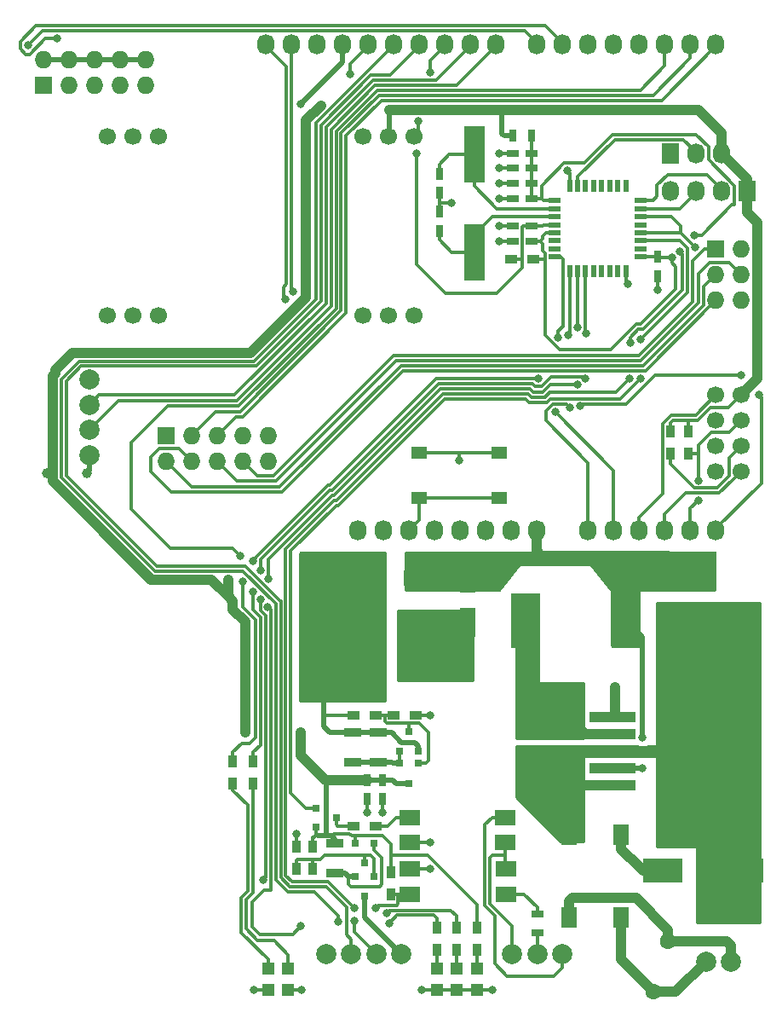
<source format=gbr>
G04 #@! TF.FileFunction,Copper,L1,Top,Signal*
%FSLAX46Y46*%
G04 Gerber Fmt 4.6, Leading zero omitted, Abs format (unit mm)*
G04 Created by KiCad (PCBNEW (2016-08-24 BZR 7090, Git 532a5fb)-product) date 10/24/16 18:53:44*
%MOMM*%
%LPD*%
G01*
G04 APERTURE LIST*
%ADD10C,0.100000*%
%ADD11R,1.727200X1.727200*%
%ADD12O,1.727200X1.727200*%
%ADD13C,1.000000*%
%ADD14O,1.727200X2.032000*%
%ADD15R,0.750000X1.200000*%
%ADD16R,2.000000X1.500000*%
%ADD17R,1.198880X1.198880*%
%ADD18R,1.200000X0.900000*%
%ADD19R,0.900000X1.200000*%
%ADD20R,1.500000X2.000000*%
%ADD21R,0.800100X0.800100*%
%ADD22R,2.100580X5.600700*%
%ADD23R,4.600000X1.100000*%
%ADD24R,9.400000X10.800000*%
%ADD25R,3.000000X1.600000*%
%ADD26R,6.200000X5.800000*%
%ADD27R,3.000000X5.400000*%
%ADD28C,1.700000*%
%ADD29C,1.600000*%
%ADD30R,1.727200X2.032000*%
%ADD31R,1.550000X1.300000*%
%ADD32C,2.000000*%
%ADD33R,3.299460X2.499360*%
%ADD34R,1.700000X0.900000*%
%ADD35R,4.000500X2.400300*%
%ADD36R,2.400300X4.000500*%
%ADD37R,3.599180X1.600200*%
%ADD38R,1.300000X0.700000*%
%ADD39R,1.600200X2.999740*%
%ADD40R,1.200000X0.750000*%
%ADD41R,1.200000X0.600000*%
%ADD42R,0.600000X1.200000*%
%ADD43R,0.700000X1.300000*%
%ADD44C,0.800000*%
%ADD45C,0.500000*%
%ADD46C,0.300000*%
%ADD47C,1.000000*%
%ADD48C,0.254000*%
G04 APERTURE END LIST*
D10*
D11*
X119818000Y-114390000D03*
D12*
X119818000Y-116930000D03*
X122358000Y-114390000D03*
X122358000Y-116930000D03*
X124898000Y-114390000D03*
X124898000Y-116930000D03*
X127438000Y-114390000D03*
X127438000Y-116930000D03*
X129978000Y-114390000D03*
X129978000Y-116930000D03*
D13*
X139748000Y-140115000D03*
X139748000Y-135615000D03*
X139748000Y-134115000D03*
X139748000Y-132615000D03*
X139748000Y-131115000D03*
X139748000Y-129615000D03*
X139748000Y-128115000D03*
X137748000Y-140115000D03*
X137748000Y-135615000D03*
X137748000Y-134115000D03*
X137748000Y-132615000D03*
X137748000Y-131115000D03*
X137748000Y-129615000D03*
X137748000Y-128115000D03*
X135748000Y-140115000D03*
X135748000Y-138615000D03*
X135748000Y-137115000D03*
X135748000Y-135615000D03*
X135748000Y-134115000D03*
X135748000Y-132615000D03*
X135748000Y-131115000D03*
X135748000Y-129615000D03*
X135748000Y-128115000D03*
X133748000Y-140115000D03*
X133748000Y-138615000D03*
X133748000Y-137115000D03*
X133748000Y-135615000D03*
X133748000Y-134115000D03*
X133748000Y-132615000D03*
X133748000Y-131115000D03*
X133748000Y-129615000D03*
X133748000Y-128115000D03*
X139748000Y-126615000D03*
X137748000Y-126615000D03*
X135748000Y-126615000D03*
X133748000Y-126615000D03*
X147748000Y-136865000D03*
X147748000Y-134865000D03*
X147748000Y-132865000D03*
X171498000Y-149615000D03*
X173498000Y-149615000D03*
X175498000Y-149615000D03*
X177498000Y-149615000D03*
X169498000Y-149615000D03*
X169498000Y-147615000D03*
X169498000Y-145615000D03*
X169498000Y-143615000D03*
X169498000Y-141615000D03*
X171498000Y-147615000D03*
X171498000Y-145615000D03*
X171498000Y-143615000D03*
X171498000Y-141615000D03*
X175498000Y-147615000D03*
X175498000Y-145615000D03*
X175498000Y-143615000D03*
X175498000Y-141615000D03*
X177498000Y-147615000D03*
X177498000Y-145615000D03*
X177498000Y-143615000D03*
X177498000Y-141615000D03*
X173498000Y-147615000D03*
X173498000Y-145615000D03*
X173498000Y-143615000D03*
X173498000Y-141615000D03*
D14*
X138938000Y-123825000D03*
X141478000Y-123825000D03*
X144018000Y-123825000D03*
X146558000Y-123825000D03*
X149098000Y-123825000D03*
X151638000Y-123825000D03*
X154178000Y-123825000D03*
X156718000Y-123825000D03*
X161798000Y-123825000D03*
X164338000Y-123825000D03*
X166878000Y-123825000D03*
X169418000Y-123825000D03*
X171958000Y-123825000D03*
X174498000Y-123825000D03*
X129794000Y-75565000D03*
X132334000Y-75565000D03*
X134874000Y-75565000D03*
X137414000Y-75565000D03*
X139954000Y-75565000D03*
X142494000Y-75565000D03*
X145034000Y-75565000D03*
X147574000Y-75565000D03*
X150114000Y-75565000D03*
X152654000Y-75565000D03*
X156718000Y-75565000D03*
X159258000Y-75565000D03*
X161798000Y-75565000D03*
X164338000Y-75565000D03*
X166878000Y-75565000D03*
X169418000Y-75565000D03*
X171958000Y-75565000D03*
X174498000Y-75565000D03*
D15*
X139798000Y-148615000D03*
X139798000Y-150515000D03*
D16*
X153548000Y-152315000D03*
X144048000Y-152315000D03*
X153548000Y-154815000D03*
X144048000Y-154815000D03*
X144098000Y-159965000D03*
X153598000Y-159965000D03*
X144098000Y-157465000D03*
X153598000Y-157465000D03*
D17*
X150748000Y-167315980D03*
X150748000Y-169414020D03*
X148748000Y-167315980D03*
X148748000Y-169414020D03*
D11*
X174498000Y-95885000D03*
D12*
X177038000Y-95885000D03*
X174498000Y-98425000D03*
X177038000Y-98425000D03*
X174498000Y-100965000D03*
X177038000Y-100965000D03*
D18*
X138498000Y-153165000D03*
X140698000Y-153165000D03*
D19*
X148748000Y-163265000D03*
X148748000Y-165465000D03*
X146748000Y-163265000D03*
X146748000Y-165465000D03*
D18*
X140698000Y-142165000D03*
X138498000Y-142165000D03*
D19*
X169998000Y-114015000D03*
X169998000Y-116215000D03*
X171748000Y-114015000D03*
X171748000Y-116215000D03*
X150748000Y-163265000D03*
X150748000Y-165465000D03*
X126498000Y-146765000D03*
X126498000Y-148965000D03*
D20*
X159898000Y-154015000D03*
X159898000Y-162215000D03*
X165098000Y-154015000D03*
X165098000Y-162215000D03*
D21*
X134797240Y-151415000D03*
X134797240Y-153315000D03*
X136796220Y-152365000D03*
D22*
X150498000Y-86516140D03*
X150498000Y-96213860D03*
D23*
X164248000Y-149165000D03*
X164248000Y-147465000D03*
X164248000Y-144065000D03*
D24*
X173398000Y-145765000D03*
D23*
X164248000Y-145765000D03*
X164248000Y-142365000D03*
D25*
X144898000Y-128565000D03*
D26*
X137698000Y-130665000D03*
D25*
X144898000Y-132765000D03*
D27*
X155598000Y-132765000D03*
X165598000Y-132765000D03*
D19*
X142198000Y-159965000D03*
X142198000Y-157765000D03*
D28*
X174498000Y-117945000D03*
X177038000Y-117945000D03*
X174498000Y-115405000D03*
X177038000Y-115405000D03*
X174498000Y-112865000D03*
X177038000Y-112865000D03*
X174498000Y-110325000D03*
X177038000Y-110325000D03*
D29*
X169748000Y-164615000D03*
X168281330Y-169615000D03*
D15*
X141398000Y-148615000D03*
X141398000Y-150515000D03*
D30*
X169958000Y-86365000D03*
D14*
X172498000Y-86365000D03*
X175038000Y-86365000D03*
D31*
X152973000Y-120615000D03*
X145023000Y-120615000D03*
X152973000Y-116115000D03*
X145023000Y-116115000D03*
D17*
X146748000Y-167315980D03*
X146748000Y-169414020D03*
X129998000Y-167315980D03*
X129998000Y-169414020D03*
X131998000Y-167315980D03*
X131998000Y-169414020D03*
D19*
X128498000Y-146765000D03*
X128498000Y-148965000D03*
D32*
X175998000Y-166615000D03*
X173498000Y-166615000D03*
X159248000Y-165865000D03*
X156748000Y-165865000D03*
X154248000Y-165865000D03*
X112198000Y-116365000D03*
X112198000Y-113865000D03*
X112198000Y-111365000D03*
X112198000Y-108865000D03*
D30*
X177578000Y-90115000D03*
D14*
X175038000Y-90115000D03*
X172498000Y-90115000D03*
X169958000Y-90115000D03*
D28*
X144488000Y-84725000D03*
X141948000Y-84725000D03*
X139408000Y-84725000D03*
X139408000Y-102505000D03*
X141948000Y-102505000D03*
X144488000Y-102505000D03*
X114008000Y-102505000D03*
X116548000Y-102505000D03*
X119088000Y-102505000D03*
X119088000Y-84725000D03*
X116548000Y-84725000D03*
X114008000Y-84725000D03*
D32*
X143248000Y-165865000D03*
X140748000Y-165865000D03*
X138248000Y-165865000D03*
X135748000Y-165865000D03*
D33*
X157998000Y-140563940D03*
X157998000Y-147366060D03*
D11*
X107668000Y-79655000D03*
D12*
X107668000Y-77115000D03*
X110208000Y-79655000D03*
X110208000Y-77115000D03*
X112748000Y-79655000D03*
X112748000Y-77115000D03*
X115288000Y-79655000D03*
X115288000Y-77115000D03*
X117828000Y-79655000D03*
X117828000Y-77115000D03*
D18*
X144698000Y-142165000D03*
X142498000Y-142165000D03*
D34*
X136598000Y-154915000D03*
X136598000Y-157815000D03*
D19*
X134398000Y-157465000D03*
X134398000Y-155265000D03*
X132798000Y-155265000D03*
X132798000Y-157465000D03*
D21*
X144948000Y-146964240D03*
X143048000Y-146964240D03*
X143998000Y-148963220D03*
X143044825Y-145765760D03*
X144944825Y-145765760D03*
X143994825Y-143766780D03*
X140548000Y-158164240D03*
X138648000Y-158164240D03*
X139598000Y-160163220D03*
X140548000Y-154864240D03*
X138648000Y-154864240D03*
X139598000Y-156863220D03*
D35*
X169247500Y-157615000D03*
X177248500Y-157615000D03*
D36*
X173398000Y-127864500D03*
X173398000Y-135865500D03*
D37*
X139135275Y-137565000D03*
X144636915Y-137565000D03*
D38*
X156748000Y-161915000D03*
X156748000Y-163815000D03*
D39*
X149798000Y-128565360D03*
X149798000Y-132964640D03*
D34*
X138398000Y-143914999D03*
X138398000Y-146814999D03*
X140906730Y-143914999D03*
X140906730Y-146814999D03*
D40*
X156198000Y-86365000D03*
X154298000Y-86365000D03*
X156198000Y-87865000D03*
X154298000Y-87865000D03*
X154298000Y-93615000D03*
X156198000Y-93615000D03*
X156198000Y-90865000D03*
X154298000Y-90865000D03*
D15*
X146998000Y-88415000D03*
X146998000Y-90315000D03*
X146998000Y-94065000D03*
X146998000Y-92165000D03*
D40*
X156198000Y-95115000D03*
X154298000Y-95115000D03*
D15*
X168748000Y-96665000D03*
X168748000Y-98565000D03*
D40*
X156198000Y-89365000D03*
X154298000Y-89365000D03*
D41*
X158498000Y-91065000D03*
X158498000Y-91865000D03*
X158498000Y-92665000D03*
X158498000Y-93465000D03*
X158498000Y-94265000D03*
X158498000Y-95065000D03*
X158498000Y-95865000D03*
X158498000Y-96665000D03*
D42*
X159948000Y-98115000D03*
X160748000Y-98115000D03*
X161548000Y-98115000D03*
X162348000Y-98115000D03*
X163148000Y-98115000D03*
X163948000Y-98115000D03*
X164748000Y-98115000D03*
X165548000Y-98115000D03*
D41*
X166998000Y-96665000D03*
X166998000Y-95865000D03*
X166998000Y-95065000D03*
X166998000Y-94265000D03*
X166998000Y-93465000D03*
X166998000Y-92665000D03*
X166998000Y-91865000D03*
X166998000Y-91065000D03*
D42*
X165548000Y-89615000D03*
X164748000Y-89615000D03*
X163948000Y-89615000D03*
X163148000Y-89615000D03*
X162348000Y-89615000D03*
X161548000Y-89615000D03*
X160748000Y-89615000D03*
X159948000Y-89615000D03*
D43*
X154298000Y-84615000D03*
X156198000Y-84615000D03*
D18*
X156348000Y-96865000D03*
X154148000Y-96865000D03*
D44*
X148998000Y-116865000D03*
X133248000Y-81515000D03*
X146098000Y-142165000D03*
X141398000Y-151865000D03*
X139798000Y-151865000D03*
X132798000Y-153965000D03*
X146098000Y-154815000D03*
X146098000Y-157465000D03*
X152298000Y-169415000D03*
X145248000Y-169415000D03*
X128598000Y-169415000D03*
X133348000Y-169415000D03*
D13*
X107998000Y-118115000D03*
X111998000Y-118115000D03*
X125998000Y-128715010D03*
X141998000Y-82115000D03*
X135248000Y-81615000D03*
X133248000Y-143865000D03*
X127748000Y-143865000D03*
D44*
X158829497Y-104645286D03*
X158531863Y-112082915D03*
X159849747Y-104395620D03*
X160007556Y-111643188D03*
X167223000Y-144365000D03*
X167198000Y-147465000D03*
X131748000Y-100865000D03*
X132498000Y-100115000D03*
X144948000Y-83215010D03*
X146098000Y-78340000D03*
X106098000Y-75640000D03*
D13*
X164498000Y-140865000D03*
X164498000Y-139365000D03*
X165498000Y-155865000D03*
X166498000Y-156865000D03*
D44*
X170128082Y-96700397D03*
X172324051Y-94538949D03*
X148198000Y-91265000D03*
X152998000Y-93615000D03*
X165748000Y-99365000D03*
X159748000Y-88115000D03*
X152998000Y-95115000D03*
X152998000Y-86365000D03*
X152998000Y-87865000D03*
X152998000Y-89365000D03*
X152973000Y-90865000D03*
X168748000Y-99915000D03*
X144748000Y-86365000D03*
X138148000Y-78490000D03*
X108998000Y-74949000D03*
X160761133Y-103629750D03*
X130006897Y-128606103D03*
X129967643Y-131395317D03*
X160748000Y-109364990D03*
X133273000Y-163140000D03*
X141748000Y-161865000D03*
X129497960Y-158509669D03*
X161580614Y-104296057D03*
X129217633Y-130645337D03*
X129256887Y-127781742D03*
X161507950Y-108715005D03*
X141998000Y-162865000D03*
X172748000Y-120865021D03*
X172748000Y-118865000D03*
X127467663Y-128895337D03*
X127248000Y-126365000D03*
X160996244Y-111493187D03*
X176998000Y-108365000D03*
X178748000Y-110365000D03*
X156855822Y-108782408D03*
X128498000Y-126865000D03*
X128467663Y-129895337D03*
X136973000Y-162640000D03*
X138598000Y-162615000D03*
X166998000Y-104865000D03*
X166998000Y-108715010D03*
X172441582Y-95717154D03*
X170942648Y-96120322D03*
X166011390Y-105215225D03*
X165892668Y-108759668D03*
X138598000Y-161340000D03*
X140673000Y-161290000D03*
D45*
X115288000Y-77115000D02*
X117828000Y-77115000D01*
X112748000Y-77115000D02*
X115288000Y-77115000D01*
X110208000Y-77115000D02*
X112748000Y-77115000D01*
X107668000Y-77115000D02*
X110208000Y-77115000D01*
D46*
X148998000Y-116115000D02*
X152973000Y-116115000D01*
X145023000Y-116115000D02*
X148998000Y-116115000D01*
X148998000Y-116115000D02*
X148998000Y-116865000D01*
D45*
X137414000Y-75565000D02*
X137414000Y-77349000D01*
X137414000Y-77349000D02*
X133248000Y-81515000D01*
D46*
X151248000Y-123435000D02*
X151638000Y-123825000D01*
D47*
X164248000Y-145765000D02*
X173398000Y-145765000D01*
X164248000Y-149165000D02*
X159796940Y-149165000D01*
X159796940Y-149165000D02*
X157998000Y-147366060D01*
D46*
X144698000Y-142165000D02*
X146098000Y-142165000D01*
X141398000Y-150515000D02*
X141398000Y-151865000D01*
X139798000Y-150515000D02*
X139798000Y-151865000D01*
X132798000Y-155265000D02*
X132798000Y-153965000D01*
X144048000Y-154815000D02*
X146098000Y-154815000D01*
X144098000Y-157465000D02*
X146098000Y-157465000D01*
X148748000Y-169414020D02*
X150748000Y-169414020D01*
X146748000Y-169414020D02*
X148748000Y-169414020D01*
X150748000Y-169414020D02*
X152297020Y-169414020D01*
X152297020Y-169414020D02*
X152298000Y-169415000D01*
X146748000Y-169414020D02*
X145248980Y-169414020D01*
X145248980Y-169414020D02*
X145248000Y-169415000D01*
X129998000Y-169414020D02*
X128598980Y-169414020D01*
X128598980Y-169414020D02*
X128598000Y-169415000D01*
X131998000Y-169414020D02*
X133347020Y-169414020D01*
X133347020Y-169414020D02*
X133348000Y-169415000D01*
D45*
X135748000Y-154165000D02*
X135748000Y-148665000D01*
X135748000Y-148665000D02*
X135698000Y-148615000D01*
D47*
X135698000Y-148615000D02*
X139798000Y-148615000D01*
X133248000Y-146165000D02*
X135698000Y-148615000D01*
X133248000Y-143865000D02*
X133248000Y-146165000D01*
X127748000Y-132902010D02*
X127748000Y-143865000D01*
X171998000Y-82115000D02*
X153248000Y-82115000D01*
X153248000Y-82115000D02*
X141998000Y-82115000D01*
D45*
X153248000Y-84415000D02*
X153248000Y-82115000D01*
D47*
X175038000Y-86365000D02*
X175038000Y-84349000D01*
X175038000Y-84349000D02*
X172804000Y-82115000D01*
X172804000Y-82115000D02*
X171998000Y-82115000D01*
X177578000Y-90115000D02*
X177578000Y-88905000D01*
X177578000Y-88905000D02*
X175038000Y-86365000D01*
X178601601Y-93218601D02*
X177578000Y-92195000D01*
X177578000Y-92195000D02*
X177578000Y-90115000D01*
X178601601Y-108761399D02*
X178601601Y-95115000D01*
X178601601Y-95115000D02*
X178601601Y-93218601D01*
X177038000Y-110325000D02*
X178601601Y-108761399D01*
X126498000Y-130865000D02*
X125998000Y-130365000D01*
X125998000Y-130365000D02*
X124348010Y-128715010D01*
X125998000Y-128715010D02*
X125998000Y-130365000D01*
X127748000Y-132902010D02*
X126498000Y-131652010D01*
X126498000Y-131652010D02*
X126498000Y-130865000D01*
X124348010Y-128715010D02*
X123664552Y-128715010D01*
D45*
X118467348Y-128465010D02*
X123664552Y-128715010D01*
D47*
X108822981Y-107865000D02*
X108822981Y-108205804D01*
X108822981Y-108205804D02*
X108572980Y-108455805D01*
X108572980Y-108455805D02*
X108572980Y-118924195D01*
X108572980Y-118924195D02*
X118363795Y-128715010D01*
X118363795Y-128715010D02*
X123664552Y-128715010D01*
D45*
X108822981Y-107865000D02*
X108822981Y-118115000D01*
D47*
X128253207Y-106164979D02*
X110523002Y-106164979D01*
X110523002Y-106164979D02*
X108822981Y-107865000D01*
X133748000Y-100670186D02*
X128253207Y-106164979D01*
X133748000Y-83115000D02*
X133748000Y-100670186D01*
X135248000Y-81615000D02*
X133748000Y-83115000D01*
D45*
X108822981Y-118115000D02*
X108822981Y-118820643D01*
X107998000Y-118115000D02*
X108822981Y-118115000D01*
X112198000Y-116365000D02*
X112198000Y-117915000D01*
X112198000Y-117915000D02*
X111998000Y-118115000D01*
X154298000Y-84615000D02*
X153448000Y-84615000D01*
X153448000Y-84615000D02*
X153248000Y-84415000D01*
X175038000Y-86212600D02*
X175038000Y-86365000D01*
D46*
X138098001Y-153965001D02*
X136497999Y-153965001D01*
X136497999Y-153965001D02*
X136298000Y-154165000D01*
X138648000Y-154164190D02*
X138297190Y-154164190D01*
X138297190Y-154164190D02*
X138098001Y-153965001D01*
X134554482Y-154306998D02*
X134456002Y-154306998D01*
X134456002Y-154306998D02*
X134398000Y-154365000D01*
X134398000Y-154365000D02*
X134398000Y-155265000D01*
X134554482Y-154306998D02*
X134797240Y-154064240D01*
D45*
X135748000Y-154165000D02*
X134898000Y-154165000D01*
X136298000Y-154165000D02*
X135748000Y-154165000D01*
X141998000Y-82115000D02*
X141998000Y-84675000D01*
X141998000Y-84675000D02*
X141948000Y-84725000D01*
X108822981Y-118820643D02*
X118467348Y-128465010D01*
D46*
X170248000Y-112865000D02*
X171748000Y-112865000D01*
X171748000Y-112865000D02*
X172721998Y-112865000D01*
X171748000Y-114015000D02*
X171748000Y-112865000D01*
X173971998Y-111615000D02*
X175748000Y-111615000D01*
X175748000Y-111615000D02*
X177038000Y-110325000D01*
X172721998Y-112865000D02*
X173971998Y-111615000D01*
X169998000Y-113115000D02*
X170248000Y-112865000D01*
X169998000Y-114015000D02*
X169998000Y-113115000D01*
D45*
X141398000Y-148615000D02*
X139798000Y-148615000D01*
X142696220Y-148963220D02*
X142348000Y-148615000D01*
X142348000Y-148615000D02*
X141398000Y-148615000D01*
X143998000Y-148963220D02*
X142696220Y-148963220D01*
D46*
X134797240Y-153315000D02*
X134797240Y-154064240D01*
X134797240Y-154064240D02*
X134898000Y-154165000D01*
D45*
X136598000Y-154465000D02*
X136298000Y-154165000D01*
X136598000Y-154915000D02*
X136598000Y-154465000D01*
D46*
X142198000Y-157765000D02*
X142198000Y-156065000D01*
X142198000Y-156065000D02*
X142198000Y-154965000D01*
X150748000Y-163265000D02*
X150748000Y-161004998D01*
X150748000Y-161004998D02*
X145808002Y-156065000D01*
X145808002Y-156065000D02*
X142198000Y-156065000D01*
X142198000Y-154965000D02*
X141347189Y-154114189D01*
X141347189Y-154114189D02*
X138698001Y-154114189D01*
X138698001Y-154114189D02*
X138648000Y-154164190D01*
X138648000Y-154164190D02*
X138648000Y-154864240D01*
D47*
X164248000Y-144065000D02*
X161499060Y-144065000D01*
X161499060Y-144065000D02*
X157998000Y-140563940D01*
D46*
X164338000Y-123825000D02*
X164338000Y-117889052D01*
X164338000Y-117889052D02*
X158531863Y-112082915D01*
X159297999Y-96914999D02*
X159048000Y-96665000D01*
X159048000Y-96665000D02*
X158498000Y-96665000D01*
X158829497Y-104033503D02*
X159297999Y-103565001D01*
X159297999Y-103565001D02*
X159297999Y-96914999D01*
X158829497Y-104645286D02*
X158829497Y-104033503D01*
X157598000Y-112915000D02*
X157598000Y-111929383D01*
X161798000Y-122509000D02*
X161798000Y-117115000D01*
X161798000Y-117115000D02*
X157598000Y-112915000D01*
X159948000Y-104297367D02*
X159849747Y-104395620D01*
X159948000Y-98115000D02*
X159948000Y-104297367D01*
X161798000Y-122509000D02*
X161748000Y-122459000D01*
X159607557Y-111243189D02*
X160007556Y-111643188D01*
X158284194Y-111243189D02*
X159607557Y-111243189D01*
X157598000Y-111929383D02*
X158284194Y-111243189D01*
X161798000Y-123825000D02*
X161798000Y-122509000D01*
X166998000Y-91865000D02*
X170900400Y-91865000D01*
X170900400Y-91865000D02*
X172498000Y-90267400D01*
X172498000Y-90267400D02*
X172498000Y-90115000D01*
X175038000Y-90115000D02*
X175038000Y-89962600D01*
X175038000Y-89962600D02*
X173590408Y-88515008D01*
X173590408Y-88515008D02*
X169689289Y-88515008D01*
X169689289Y-88515008D02*
X168648000Y-89556297D01*
X168648000Y-90665000D02*
X168248000Y-91065000D01*
X168648000Y-89556297D02*
X168648000Y-90665000D01*
X168248000Y-91065000D02*
X166998000Y-91065000D01*
X159248000Y-165865000D02*
X159248000Y-167279213D01*
X159248000Y-167279213D02*
X158412213Y-168115000D01*
X158412213Y-168115000D02*
X153748000Y-168115000D01*
X153748000Y-168115000D02*
X152498000Y-166865000D01*
X152498000Y-166865000D02*
X152498000Y-162072120D01*
X152498000Y-162072120D02*
X151497990Y-161072110D01*
X151497990Y-161072110D02*
X151497990Y-153065010D01*
X151497990Y-153065010D02*
X152248000Y-152315000D01*
X152248000Y-152315000D02*
X153548000Y-152315000D01*
X142748000Y-152315000D02*
X141898000Y-153165000D01*
X141898000Y-153165000D02*
X140698000Y-153165000D01*
X144048000Y-152315000D02*
X142748000Y-152315000D01*
X151998000Y-160865000D02*
X151998000Y-156365000D01*
X154248000Y-163115000D02*
X151998000Y-160865000D01*
X154248000Y-165865000D02*
X154248000Y-163115000D01*
X153548000Y-154815000D02*
X153548000Y-156115000D01*
X153548000Y-156115000D02*
X153548000Y-157415000D01*
X151998000Y-156365000D02*
X152248000Y-156115000D01*
X152248000Y-156115000D02*
X153548000Y-156115000D01*
X153548000Y-157415000D02*
X153598000Y-157465000D01*
X156748000Y-161915000D02*
X156748000Y-161265000D01*
X156748000Y-161265000D02*
X155448000Y-159965000D01*
X155448000Y-159965000D02*
X154898000Y-159965000D01*
X154898000Y-159965000D02*
X153598000Y-159965000D01*
X150748000Y-165465000D02*
X150748000Y-167315980D01*
X148748000Y-165465000D02*
X148748000Y-167315980D01*
D47*
X156748000Y-125871000D02*
X156748000Y-126365000D01*
X173398000Y-127864500D02*
X171197850Y-127864500D01*
X171197850Y-127864500D02*
X169698350Y-126365000D01*
X169698350Y-126365000D02*
X156748000Y-126365000D01*
D45*
X167223000Y-144365000D02*
X167223000Y-134390000D01*
X167223000Y-134390000D02*
X165598000Y-132765000D01*
X164248000Y-147465000D02*
X167198000Y-147465000D01*
D47*
X156718000Y-123825000D02*
X156718000Y-125841000D01*
X156718000Y-125841000D02*
X156748000Y-125871000D01*
D46*
X131833990Y-99365000D02*
X131498000Y-99700990D01*
X131498000Y-99700990D02*
X131498000Y-100615000D01*
X131498000Y-100615000D02*
X131748000Y-100865000D01*
X131833990Y-77757390D02*
X131833990Y-99365000D01*
X129794000Y-75565000D02*
X129794000Y-75717400D01*
X129794000Y-75717400D02*
X131833990Y-77757390D01*
X132334000Y-75565000D02*
X132334000Y-99951000D01*
X132334000Y-99951000D02*
X132498000Y-100115000D01*
X144948000Y-83215010D02*
X144948000Y-84265000D01*
X144948000Y-84265000D02*
X144488000Y-84725000D01*
X147574000Y-75717400D02*
X146098000Y-77193400D01*
X146098000Y-77193400D02*
X146098000Y-78340000D01*
X147574000Y-75565000D02*
X147574000Y-75717400D01*
X106098000Y-75640000D02*
X107539010Y-74198990D01*
X107539010Y-74198990D02*
X155504390Y-74198990D01*
X155504390Y-74198990D02*
X156718000Y-75412600D01*
X156718000Y-75412600D02*
X156718000Y-75565000D01*
X171958000Y-75565000D02*
X171958000Y-76905000D01*
X171958000Y-76905000D02*
X168248010Y-80614990D01*
X168248010Y-80614990D02*
X141034888Y-80614990D01*
X141034888Y-80614990D02*
X137248000Y-84401878D01*
X137248000Y-84401878D02*
X137248000Y-101979240D01*
X137248000Y-101979240D02*
X127212240Y-112015000D01*
X127212240Y-112015000D02*
X124733000Y-112015000D01*
X124733000Y-112015000D02*
X122358000Y-114390000D01*
X174498000Y-75565000D02*
X174498000Y-75717400D01*
X174498000Y-75717400D02*
X169100400Y-81115000D01*
X169100400Y-81115000D02*
X141241998Y-81115000D01*
X141241998Y-81115000D02*
X137748000Y-84608998D01*
X137748000Y-84608998D02*
X137748000Y-102215000D01*
X137748000Y-102215000D02*
X127448000Y-112515000D01*
X127448000Y-112515000D02*
X126773000Y-112515000D01*
X126773000Y-112515000D02*
X124898000Y-114390000D01*
X177038000Y-98425000D02*
X175824399Y-97211399D01*
X172784389Y-101221491D02*
X167040890Y-106964990D01*
X167040890Y-106964990D02*
X167040882Y-106964982D01*
X126883010Y-118915010D02*
X125761599Y-117793599D01*
X175824399Y-97211399D02*
X173915471Y-97211399D01*
X173915471Y-97211399D02*
X172784389Y-98342481D01*
X172784389Y-98342481D02*
X172784389Y-101221491D01*
X167040882Y-106964982D02*
X142748028Y-106964982D01*
X142748028Y-106964982D02*
X130798000Y-118915010D01*
X130798000Y-118915010D02*
X126883010Y-118915010D01*
X125761599Y-117793599D02*
X124898000Y-116930000D01*
X174498000Y-98425000D02*
X173284399Y-99638601D01*
X131148000Y-119522280D02*
X122410280Y-119522280D01*
X173284399Y-99638601D02*
X173284399Y-101428601D01*
X173284399Y-101428601D02*
X167248000Y-107465000D01*
X167248000Y-107465000D02*
X147248000Y-107465000D01*
X147247992Y-107464992D02*
X143205288Y-107464992D01*
X147248000Y-107465000D02*
X147247992Y-107464992D01*
X143205288Y-107464992D02*
X131148000Y-119522280D01*
X122410280Y-119522280D02*
X119818000Y-116930000D01*
X174498000Y-95885000D02*
X173334400Y-95885000D01*
X173334400Y-95885000D02*
X172197990Y-97021410D01*
X172197990Y-97021410D02*
X172197990Y-101100770D01*
X128923000Y-118415000D02*
X128301599Y-117793599D01*
X172197990Y-101100770D02*
X166833788Y-106464972D01*
X166833788Y-106464972D02*
X142498028Y-106464972D01*
X142498028Y-106464972D02*
X130548000Y-118415000D01*
X130548000Y-118415000D02*
X128923000Y-118415000D01*
X128301599Y-117793599D02*
X127438000Y-116930000D01*
X118348000Y-116515000D02*
X119146601Y-115716399D01*
X119146601Y-115716399D02*
X121144399Y-115716399D01*
X121144399Y-115716399D02*
X121494401Y-116066401D01*
X121494401Y-116066401D02*
X122358000Y-116930000D01*
X118348000Y-117965000D02*
X118348000Y-116515000D01*
X120405290Y-120022290D02*
X118348000Y-117965000D01*
X146825676Y-107965000D02*
X143412400Y-107965000D01*
X143412400Y-107965000D02*
X131355110Y-120022290D01*
X131355110Y-120022290D02*
X120405290Y-120022290D01*
X174498000Y-100965000D02*
X167498000Y-107965000D01*
X167498000Y-107965000D02*
X146825676Y-107965000D01*
D47*
X160248000Y-160315000D02*
X166579370Y-160315000D01*
X166579370Y-160315000D02*
X169748000Y-163483630D01*
X169748000Y-163483630D02*
X169748000Y-164615000D01*
X159898000Y-160665000D02*
X160248000Y-160315000D01*
X159898000Y-162215000D02*
X159898000Y-160665000D01*
X169748000Y-164615000D02*
X175598000Y-164615000D01*
X175598000Y-164615000D02*
X175998000Y-165015000D01*
X175998000Y-165015000D02*
X175998000Y-166615000D01*
X168281330Y-169615000D02*
X170498000Y-169615000D01*
X170498000Y-169615000D02*
X173498000Y-166615000D01*
X165098000Y-162215000D02*
X165098000Y-166431670D01*
X165098000Y-166431670D02*
X168281330Y-169615000D01*
D46*
X166878000Y-123825000D02*
X166878000Y-122509000D01*
X166878000Y-122509000D02*
X169197999Y-120189001D01*
X169197999Y-120189001D02*
X169197999Y-113207881D01*
X169197999Y-113207881D02*
X170040890Y-112364990D01*
X172514888Y-112364990D02*
X174498000Y-110381878D01*
X170040890Y-112364990D02*
X172514888Y-112364990D01*
X174498000Y-110381878D02*
X174498000Y-110325000D01*
X166878000Y-123825000D02*
X166878000Y-123672600D01*
X171497989Y-120115011D02*
X169418000Y-122195000D01*
X169418000Y-122195000D02*
X169418000Y-123825000D01*
X174811111Y-120115011D02*
X171497989Y-120115011D01*
X177038000Y-117945000D02*
X176188001Y-118794999D01*
X176188001Y-118794999D02*
X176131123Y-118794999D01*
X176131123Y-118794999D02*
X174811111Y-120115011D01*
D47*
X166498000Y-156865000D02*
X165498000Y-155865000D01*
X164498000Y-140865000D02*
X164498000Y-142115000D01*
X164498000Y-142115000D02*
X164248000Y-142365000D01*
X164498000Y-139365000D02*
X164498000Y-140865000D01*
X165098000Y-154015000D02*
X165098000Y-155465000D01*
X165098000Y-155465000D02*
X165498000Y-155865000D01*
X169247500Y-157615000D02*
X167248000Y-157615000D01*
X167248000Y-157615000D02*
X166498000Y-156865000D01*
D46*
X157498000Y-96334998D02*
X157498000Y-96865000D01*
X157498000Y-96865000D02*
X157498000Y-104423791D01*
X156348000Y-96865000D02*
X157498000Y-96865000D01*
X166998000Y-103365000D02*
X170498000Y-99865000D01*
X170498000Y-99865000D02*
X170498000Y-97636000D01*
X166588810Y-103365000D02*
X166998000Y-103365000D01*
X158939209Y-105865000D02*
X164088810Y-105865000D01*
X164088810Y-105865000D02*
X166588810Y-103365000D01*
X157498000Y-104423791D02*
X158939209Y-105865000D01*
X157248000Y-95365000D02*
X157248000Y-96084998D01*
X157248000Y-96084998D02*
X157498000Y-96334998D01*
X156998000Y-95115000D02*
X157248000Y-95365000D01*
X157248000Y-94615000D02*
X157248000Y-94865000D01*
X157248000Y-94865000D02*
X156998000Y-95115000D01*
X158498000Y-94265000D02*
X157598000Y-94265000D01*
X157598000Y-94265000D02*
X157248000Y-94615000D01*
X156423000Y-95115000D02*
X156998000Y-95115000D01*
X156198000Y-95115000D02*
X156423000Y-95115000D01*
X170128082Y-96700397D02*
X170128082Y-97266082D01*
X170128082Y-97266082D02*
X170498000Y-97636000D01*
X170128082Y-96700397D02*
X168783397Y-96700397D01*
X168783397Y-96700397D02*
X168748000Y-96665000D01*
X176114399Y-91498601D02*
X173074051Y-94538949D01*
X173074051Y-94538949D02*
X172324051Y-94538949D01*
X176364399Y-91498601D02*
X176114399Y-91498601D01*
X173748000Y-85746297D02*
X173748000Y-86956297D01*
X173748000Y-86956297D02*
X176364399Y-89572696D01*
X176364399Y-89572696D02*
X176364399Y-91498601D01*
X159387999Y-87364999D02*
X161390881Y-87364999D01*
X161390881Y-87364999D02*
X164256891Y-84498989D01*
X164256891Y-84498989D02*
X172500692Y-84498989D01*
X172500692Y-84498989D02*
X173748000Y-85746297D01*
X157173000Y-90865000D02*
X157173000Y-89579998D01*
X157173000Y-89579998D02*
X159387999Y-87364999D01*
X166998000Y-96665000D02*
X168748000Y-96665000D01*
X156198000Y-84615000D02*
X156198000Y-86365000D01*
X156198000Y-87865000D02*
X156198000Y-86365000D01*
X156198000Y-89365000D02*
X156198000Y-87865000D01*
X156198000Y-90865000D02*
X156198000Y-89365000D01*
X157373000Y-91065000D02*
X157173000Y-90865000D01*
X157173000Y-90865000D02*
X156198000Y-90865000D01*
X158498000Y-91065000D02*
X157373000Y-91065000D01*
X146998000Y-91265000D02*
X146998000Y-92165000D01*
X146998000Y-90315000D02*
X146998000Y-91265000D01*
X146998000Y-91265000D02*
X148198000Y-91265000D01*
X154298000Y-93615000D02*
X152998000Y-93615000D01*
X165548000Y-98115000D02*
X165548000Y-99165000D01*
X165548000Y-99165000D02*
X165748000Y-99365000D01*
X159948000Y-89615000D02*
X159948000Y-88315000D01*
X159948000Y-88315000D02*
X159748000Y-88115000D01*
X159948000Y-89615000D02*
X159948000Y-88415000D01*
X154298000Y-95115000D02*
X152998000Y-95115000D01*
X154298000Y-86365000D02*
X152998000Y-86365000D01*
X154298000Y-87865000D02*
X152998000Y-87865000D01*
X154298000Y-89365000D02*
X152998000Y-89365000D01*
X154298000Y-90865000D02*
X152973000Y-90865000D01*
X168748000Y-98565000D02*
X168748000Y-99915000D01*
X146998000Y-88415000D02*
X146998000Y-87515000D01*
X146998000Y-87515000D02*
X147996860Y-86516140D01*
X147996860Y-86516140D02*
X149147710Y-86516140D01*
X149147710Y-86516140D02*
X150498000Y-86516140D01*
X158498000Y-91865000D02*
X152746510Y-91865000D01*
X152746510Y-91865000D02*
X150498000Y-89616490D01*
X150498000Y-89616490D02*
X150498000Y-86516140D01*
X146998000Y-94065000D02*
X146998000Y-94965000D01*
X146998000Y-94965000D02*
X148246860Y-96213860D01*
X148246860Y-96213860D02*
X149147710Y-96213860D01*
X149147710Y-96213860D02*
X150498000Y-96213860D01*
X158498000Y-92665000D02*
X152296800Y-92665000D01*
X152296800Y-92665000D02*
X150498000Y-94463800D01*
X150498000Y-94463800D02*
X150498000Y-96213860D01*
X138498000Y-153165000D02*
X136896170Y-153165000D01*
X136896170Y-153165000D02*
X136796220Y-153065050D01*
X136796220Y-153065050D02*
X136796220Y-152365000D01*
X156748000Y-165865000D02*
X156748000Y-163815000D01*
X169998000Y-116215000D02*
X169998000Y-117225002D01*
X169998000Y-117225002D02*
X172387999Y-119615001D01*
X172387999Y-119615001D02*
X174604001Y-119615001D01*
X174604001Y-119615001D02*
X175837999Y-118381003D01*
X175837999Y-118381003D02*
X175837999Y-116605001D01*
X175837999Y-116605001D02*
X176188001Y-116254999D01*
X176188001Y-116254999D02*
X177038000Y-115405000D01*
X155248000Y-93665000D02*
X155248000Y-96865000D01*
X155248000Y-96865000D02*
X155248000Y-97765000D01*
X154148000Y-96865000D02*
X155248000Y-96865000D01*
X155248000Y-97765000D02*
X152748000Y-100265000D01*
X144748000Y-86365000D02*
X144748000Y-97365000D01*
X144748000Y-97365000D02*
X147648000Y-100265000D01*
X138148000Y-77523400D02*
X138148000Y-78490000D01*
X147648000Y-100265000D02*
X152748000Y-100265000D01*
X139954000Y-75717400D02*
X138148000Y-77523400D01*
X139954000Y-75565000D02*
X139954000Y-75717400D01*
X155298000Y-93615000D02*
X156198000Y-93615000D01*
X155248000Y-93665000D02*
X155298000Y-93615000D01*
X157398000Y-93465000D02*
X157248000Y-93615000D01*
X157248000Y-93615000D02*
X156198000Y-93615000D01*
X158498000Y-93465000D02*
X157398000Y-93465000D01*
X156720683Y-73698980D02*
X157544380Y-73698980D01*
X157544380Y-73698980D02*
X159258000Y-75412600D01*
X159258000Y-75412600D02*
X159258000Y-75565000D01*
X106280529Y-76532471D02*
X107864000Y-74949000D01*
X107864000Y-74949000D02*
X108998000Y-74949000D01*
X154395500Y-73698980D02*
X106929018Y-73698980D01*
X106929018Y-73698980D02*
X105347999Y-75279999D01*
X105347999Y-75279999D02*
X105347999Y-76000001D01*
X105347999Y-76000001D02*
X105880469Y-76532471D01*
X105880469Y-76532471D02*
X106280529Y-76532471D01*
X159258000Y-75565000D02*
X158586703Y-75565000D01*
X156720683Y-73698980D02*
X154395500Y-73698980D01*
X145023000Y-120615000D02*
X145023000Y-122820000D01*
X145023000Y-122820000D02*
X144018000Y-123825000D01*
X152973000Y-120615000D02*
X145023000Y-120615000D01*
X144388000Y-123825000D02*
X144018000Y-123825000D01*
X129967643Y-131395317D02*
X130247960Y-131675634D01*
X132447999Y-163965001D02*
X133273000Y-163140000D01*
X130247960Y-131675634D02*
X130247960Y-159515040D01*
X130247960Y-159515040D02*
X129572960Y-159515040D01*
X129572960Y-159515040D02*
X128397999Y-160690001D01*
X128397999Y-163164999D02*
X129198001Y-163965001D01*
X128397999Y-160690001D02*
X128397999Y-163164999D01*
X129198001Y-163965001D02*
X132447999Y-163965001D01*
X160748000Y-103616617D02*
X160761133Y-103629750D01*
X160748000Y-98115000D02*
X160748000Y-103616617D01*
X158041033Y-109364990D02*
X157291023Y-110115000D01*
X147129608Y-109782428D02*
X156038720Y-109782428D01*
X156038720Y-109782428D02*
X156371292Y-110115000D01*
X156371292Y-110115000D02*
X157291023Y-110115000D01*
X136333770Y-120364990D02*
X136547046Y-120364990D01*
X136547046Y-120364990D02*
X147129608Y-109782428D01*
X130006897Y-128606103D02*
X130006897Y-126691863D01*
X130006897Y-126691863D02*
X136333770Y-120364990D01*
X160748000Y-109364990D02*
X158041033Y-109364990D01*
X143005110Y-161540010D02*
X142072990Y-161540010D01*
X142072990Y-161540010D02*
X141748000Y-161865000D01*
X148748000Y-162115000D02*
X148173010Y-161540010D01*
X148173010Y-161540010D02*
X143005110Y-161540010D01*
X148748000Y-163265000D02*
X148748000Y-162115000D01*
X129747950Y-133115000D02*
X129747950Y-158259679D01*
X129747950Y-158259679D02*
X129497960Y-158509669D01*
X161548000Y-104263443D02*
X161580614Y-104296057D01*
X161548000Y-98115000D02*
X161548000Y-104263443D01*
X129256887Y-127781742D02*
X129256887Y-126734753D01*
X136126660Y-119864980D02*
X136339936Y-119864980D01*
X129256887Y-126734753D02*
X136126660Y-119864980D01*
X146922498Y-109282418D02*
X156245830Y-109282418D01*
X136339936Y-119864980D02*
X146922498Y-109282418D01*
X156245830Y-109282418D02*
X156495821Y-109532409D01*
X156495821Y-109532409D02*
X157166494Y-109532409D01*
X157166494Y-109532409D02*
X158083914Y-108614989D01*
X158083914Y-108614989D02*
X161407934Y-108614989D01*
X161407934Y-108614989D02*
X161507950Y-108715005D01*
X129747950Y-133115000D02*
X129747950Y-132365000D01*
X129217633Y-130645337D02*
X129217633Y-131755309D01*
X129217633Y-131755309D02*
X129747950Y-132285626D01*
X129747950Y-132285626D02*
X129747950Y-132365000D01*
X146423020Y-162040020D02*
X142822980Y-162040020D01*
X142822980Y-162040020D02*
X141998000Y-162865000D01*
X146748000Y-162365000D02*
X146423020Y-162040020D01*
X146748000Y-163265000D02*
X146748000Y-162365000D01*
X146748000Y-165465000D02*
X146748000Y-167315980D01*
X129998000Y-167315980D02*
X129998000Y-166416540D01*
X126498000Y-149615000D02*
X126498000Y-148965000D01*
X129998000Y-166416540D02*
X127322990Y-163741530D01*
X127322990Y-160290010D02*
X127948000Y-159665000D01*
X127322990Y-163741530D02*
X127322990Y-160290010D01*
X127948000Y-159665000D02*
X127948000Y-151065000D01*
X127948000Y-151065000D02*
X126498000Y-149615000D01*
X130573000Y-164515000D02*
X131998000Y-165940000D01*
X131998000Y-165940000D02*
X131998000Y-167315980D01*
X128948000Y-164515000D02*
X130573000Y-164515000D01*
X127823000Y-163390000D02*
X128948000Y-164515000D01*
X127823000Y-160515000D02*
X127823000Y-163390000D01*
X128498000Y-159840000D02*
X127823000Y-160515000D01*
X128498000Y-148965000D02*
X128498000Y-159840000D01*
X171958000Y-123825000D02*
X171958000Y-121655021D01*
X171958000Y-121655021D02*
X172748000Y-120865021D01*
X172748000Y-115378998D02*
X172748000Y-116115000D01*
X172748000Y-116115000D02*
X172748000Y-118299315D01*
X171748000Y-116215000D02*
X172648000Y-116215000D01*
X172648000Y-116215000D02*
X172748000Y-116115000D01*
X177038000Y-112865000D02*
X175788000Y-114115000D01*
X175788000Y-114115000D02*
X174011998Y-114115000D01*
X174011998Y-114115000D02*
X172748000Y-115378998D01*
X172748000Y-118299315D02*
X172748000Y-118865000D01*
X171958000Y-123672600D02*
X171958000Y-123825000D01*
X126498000Y-146765000D02*
X126498000Y-145865000D01*
X126498000Y-145865000D02*
X127398000Y-144965000D01*
X127398000Y-144965000D02*
X128148000Y-144965000D01*
X128148000Y-144965000D02*
X128747930Y-144365070D01*
X128747930Y-144365070D02*
X128747930Y-132699846D01*
X128747930Y-132699846D02*
X127467663Y-131419579D01*
X127467663Y-131419579D02*
X127467663Y-128895337D01*
X169418000Y-75565000D02*
X169418000Y-77695000D01*
X126448040Y-125565040D02*
X127248000Y-126365000D01*
X120240920Y-125565040D02*
X126448040Y-125565040D01*
X116347990Y-121672110D02*
X120240920Y-125565040D01*
X116347990Y-115115000D02*
X116347990Y-121672110D01*
X119997982Y-111465008D02*
X116347990Y-115115000D01*
X127055112Y-111465008D02*
X119997982Y-111465008D01*
X136747990Y-101772130D02*
X127055112Y-111465008D01*
X136747990Y-84194768D02*
X136747990Y-101772130D01*
X140827778Y-80114980D02*
X136747990Y-84194768D01*
X169418000Y-77695000D02*
X166998020Y-80114980D01*
X166998020Y-80114980D02*
X140827778Y-80114980D01*
X129247940Y-132492736D02*
X129247940Y-145115060D01*
X129247940Y-145115060D02*
X128498000Y-145865000D01*
X128498000Y-145865000D02*
X128498000Y-146765000D01*
X165176939Y-111243191D02*
X161246240Y-111243191D01*
X161246240Y-111243191D02*
X160996244Y-111493187D01*
X176998000Y-108365000D02*
X168458012Y-108365000D01*
X168458012Y-108365000D02*
X165579821Y-111243191D01*
X165579821Y-111243191D02*
X165176939Y-111243191D01*
X178998000Y-119172600D02*
X178998000Y-110615000D01*
X178998000Y-110615000D02*
X178748000Y-110365000D01*
X174498000Y-123825000D02*
X174498000Y-123672600D01*
X174498000Y-123672600D02*
X178998000Y-119172600D01*
X135919550Y-119364970D02*
X136132826Y-119364970D01*
X136132826Y-119364970D02*
X146715388Y-108782408D01*
X128498000Y-126865000D02*
X128756877Y-126606123D01*
X128756877Y-126606123D02*
X128756877Y-126527643D01*
X128756877Y-126527643D02*
X135919550Y-119364970D01*
X146715388Y-108782408D02*
X156855822Y-108782408D01*
X128467632Y-129895368D02*
X128467663Y-129895337D01*
X129247940Y-132492736D02*
X128467632Y-131712428D01*
X128467632Y-131712428D02*
X128467632Y-129895368D01*
X142494000Y-75565000D02*
X142494000Y-75620278D01*
X142494000Y-75620278D02*
X134747950Y-83366328D01*
X118715880Y-127865000D02*
X127498000Y-127865000D01*
X134747950Y-83366328D02*
X134747950Y-100872330D01*
X127498000Y-127865000D02*
X130747970Y-131114970D01*
X134747950Y-100872330D02*
X128605291Y-107014989D01*
X111215891Y-107014989D02*
X109422990Y-108807890D01*
X136973000Y-162074315D02*
X136973000Y-162640000D01*
X128605291Y-107014989D02*
X111215891Y-107014989D01*
X131953778Y-159715020D02*
X134613705Y-159715020D01*
X109422990Y-108807890D02*
X109422990Y-118572110D01*
X109422990Y-118572110D02*
X118715880Y-127865000D01*
X130747970Y-131114970D02*
X130747970Y-158509212D01*
X130747970Y-158509212D02*
X131953778Y-159715020D01*
X134613705Y-159715020D02*
X136973000Y-162074315D01*
X140748000Y-165865000D02*
X138598000Y-163715000D01*
X138598000Y-163715000D02*
X138598000Y-162615000D01*
X145034000Y-75565000D02*
X145034000Y-75717400D01*
X109923000Y-118365000D02*
X118923000Y-127365000D01*
X109923000Y-109015000D02*
X109923000Y-118365000D01*
X145034000Y-75717400D02*
X142136450Y-78614950D01*
X111423001Y-107514999D02*
X109923000Y-109015000D01*
X128812401Y-107514999D02*
X111423001Y-107514999D01*
X142136450Y-78614950D02*
X140206448Y-78614950D01*
X140206448Y-78614950D02*
X135247960Y-83573438D01*
X135247960Y-101079440D02*
X128812401Y-107514999D01*
X131247980Y-130865000D02*
X131247980Y-158302102D01*
X135247960Y-83573438D02*
X135247960Y-101079440D01*
X118923000Y-127365000D02*
X127705120Y-127365000D01*
X131205120Y-130865000D02*
X131247980Y-130865000D01*
X127705120Y-127365000D02*
X131205120Y-130865000D01*
X132160888Y-159215010D02*
X135765890Y-159215010D01*
X131247980Y-158302102D02*
X132160888Y-159215010D01*
X135765890Y-159215010D02*
X137773000Y-161222120D01*
X137773000Y-161222120D02*
X137773000Y-163975787D01*
X137773000Y-163975787D02*
X138248000Y-164450787D01*
X138248000Y-164450787D02*
X138248000Y-165865000D01*
X152654000Y-75565000D02*
X152654000Y-75717400D01*
X152654000Y-75717400D02*
X148756430Y-79614970D01*
X148756430Y-79614970D02*
X140620668Y-79614970D01*
X140620668Y-79614970D02*
X136247980Y-83987658D01*
X136247980Y-83987658D02*
X136247980Y-101565020D01*
X136247980Y-101565020D02*
X126848000Y-110965000D01*
X126848000Y-110965000D02*
X115098000Y-110965000D01*
X115098000Y-110965000D02*
X112198000Y-113865000D01*
X112198000Y-111365000D02*
X113197999Y-110365001D01*
X113197999Y-110365001D02*
X126669519Y-110365001D01*
X126669519Y-110365001D02*
X135747970Y-101286550D01*
X135747970Y-83780548D02*
X140413558Y-79114960D01*
X135747970Y-101286550D02*
X135747970Y-83780548D01*
X140413558Y-79114960D02*
X146716440Y-79114960D01*
X146716440Y-79114960D02*
X150114000Y-75717400D01*
X150114000Y-75717400D02*
X150114000Y-75565000D01*
X143044825Y-145765760D02*
X143044825Y-146961065D01*
X143044825Y-146961065D02*
X143048000Y-146964240D01*
D45*
X142398000Y-146956269D02*
X143040029Y-146956269D01*
X143040029Y-146956269D02*
X143048000Y-146964240D01*
X140906730Y-146814999D02*
X142256730Y-146814999D01*
X142256730Y-146814999D02*
X142398000Y-146956269D01*
X138398000Y-146814999D02*
X140906730Y-146814999D01*
D46*
X144998000Y-142965000D02*
X143998000Y-142965000D01*
X143998000Y-142965000D02*
X141798000Y-142965000D01*
X143994825Y-143766780D02*
X143994825Y-143066730D01*
X143994825Y-143066730D02*
X143998000Y-143063555D01*
X143998000Y-143063555D02*
X143998000Y-142965000D01*
X140698000Y-142165000D02*
X141598000Y-142165000D01*
X141598000Y-142165000D02*
X142498000Y-142165000D01*
X141798000Y-142965000D02*
X141598000Y-142765000D01*
X141598000Y-142765000D02*
X141598000Y-142165000D01*
X145898000Y-143865000D02*
X144998000Y-142965000D01*
X145898000Y-146714290D02*
X145898000Y-143865000D01*
X144948000Y-146964240D02*
X145648050Y-146964240D01*
X145648050Y-146964240D02*
X145898000Y-146714290D01*
X138198000Y-159165000D02*
X137947240Y-158914240D01*
X137947240Y-158914240D02*
X137947240Y-158164240D01*
X141098000Y-159165000D02*
X138198000Y-159165000D01*
X141298051Y-158964949D02*
X141098000Y-159165000D01*
X141298000Y-156314290D02*
X141298000Y-157484138D01*
X141298000Y-157484138D02*
X141298051Y-157484189D01*
X141298051Y-157484189D02*
X141298051Y-158964949D01*
X140548000Y-154864240D02*
X140548000Y-155564290D01*
X140548000Y-155564290D02*
X141298000Y-156314290D01*
D45*
X137598000Y-157815000D02*
X137947240Y-158164240D01*
X137947240Y-158164240D02*
X138097240Y-158164240D01*
X136598000Y-157815000D02*
X137598000Y-157815000D01*
X138648000Y-158164240D02*
X138097240Y-158164240D01*
D46*
X140198000Y-156065000D02*
X139598000Y-156065000D01*
X139598000Y-156065000D02*
X135598000Y-156065000D01*
X139598000Y-156863220D02*
X139598000Y-156065000D01*
X135198000Y-156465000D02*
X134398000Y-156465000D01*
X134398000Y-156465000D02*
X132898000Y-156465000D01*
X134398000Y-157465000D02*
X134398000Y-156565000D01*
X134398000Y-156565000D02*
X134398000Y-156465000D01*
X140548000Y-158164240D02*
X140548000Y-156415000D01*
X140548000Y-156415000D02*
X140198000Y-156065000D01*
X135598000Y-156065000D02*
X135198000Y-156465000D01*
X132798000Y-156565000D02*
X132798000Y-157465000D01*
X132898000Y-156465000D02*
X132798000Y-156565000D01*
D45*
X139598000Y-160163220D02*
X139598000Y-162215000D01*
X139598000Y-162215000D02*
X143248000Y-165865000D01*
X138398000Y-143914999D02*
X136147999Y-143914999D01*
X136147999Y-143914999D02*
X135498000Y-143265000D01*
X135498000Y-143265000D02*
X135498000Y-142364999D01*
X135498000Y-142364999D02*
X135498000Y-142065000D01*
X135498000Y-142065000D02*
X135498000Y-138065000D01*
D46*
X138498000Y-142165000D02*
X135598000Y-142165000D01*
X135598000Y-142165000D02*
X135498000Y-142065000D01*
D45*
X135498000Y-138065000D02*
X135998000Y-137565000D01*
X135998000Y-137565000D02*
X139135275Y-137565000D01*
X144944825Y-145211825D02*
X144598000Y-144865000D01*
X144598000Y-144865000D02*
X143206731Y-144865000D01*
X144944825Y-145765760D02*
X144944825Y-145211825D01*
X140906730Y-143914999D02*
X142256730Y-143914999D01*
X142256730Y-143914999D02*
X143206731Y-144865000D01*
X138398000Y-143914999D02*
X140906730Y-143914999D01*
D46*
X157705263Y-111115000D02*
X157748000Y-111072263D01*
X147580552Y-110782448D02*
X155624500Y-110782448D01*
X155624500Y-110782448D02*
X155957205Y-111115153D01*
X155957205Y-111115153D02*
X157705110Y-111115153D01*
X157705110Y-111115153D02*
X157705263Y-111115000D01*
X136998000Y-121365000D02*
X147580552Y-110782448D01*
X136748000Y-121365000D02*
X136998000Y-121365000D01*
X134797240Y-151415000D02*
X133748000Y-151415000D01*
X132248000Y-125865000D02*
X132248000Y-149915000D01*
X132248000Y-149915000D02*
X133748000Y-151415000D01*
X136748000Y-121365000D02*
X132248000Y-125865000D01*
X171697980Y-95814980D02*
X170948000Y-95065000D01*
X170948000Y-95065000D02*
X166998000Y-95065000D01*
X171697980Y-100165020D02*
X171697980Y-95814980D01*
X166998000Y-104865000D02*
X171697980Y-100165020D01*
X158369819Y-110743181D02*
X164969829Y-110743181D01*
X164969829Y-110743181D02*
X166998000Y-108715010D01*
X157748000Y-111072263D02*
X158077082Y-110743181D01*
X158077082Y-110743181D02*
X158369819Y-110743181D01*
X170048000Y-92665000D02*
X170989428Y-93606428D01*
X170989428Y-93606428D02*
X170989428Y-94265000D01*
X166998000Y-92665000D02*
X170048000Y-92665000D01*
X157498000Y-110615143D02*
X157998143Y-110115000D01*
X147336718Y-110282438D02*
X155831610Y-110282438D01*
X155831610Y-110282438D02*
X156164315Y-110615143D01*
X156164315Y-110615143D02*
X157498000Y-110615143D01*
X136540880Y-120865000D02*
X136754156Y-120865000D01*
X136754156Y-120865000D02*
X147336718Y-110282438D01*
X138598000Y-161340000D02*
X135973000Y-158715000D01*
X135973000Y-158715000D02*
X132367998Y-158715000D01*
X132367998Y-158715000D02*
X131747990Y-158094992D01*
X131747990Y-158094992D02*
X131747990Y-125657890D01*
X131747990Y-125657890D02*
X136540880Y-120865000D01*
X157998143Y-110115000D02*
X164537336Y-110115000D01*
X164537336Y-110115000D02*
X165892668Y-108759668D01*
X172441582Y-95717154D02*
X170989428Y-94265000D01*
X170989428Y-94265000D02*
X166998000Y-94265000D01*
X171197970Y-99957910D02*
X171197970Y-96375644D01*
X171197970Y-96375644D02*
X170942648Y-96120322D01*
X167290880Y-103865000D02*
X171197970Y-99957910D01*
X166011390Y-105215225D02*
X166011390Y-104649540D01*
X166011390Y-104649540D02*
X166795930Y-103865000D01*
X166795930Y-103865000D02*
X167290880Y-103865000D01*
X142798000Y-161040000D02*
X140923000Y-161040000D01*
X140923000Y-161040000D02*
X140673000Y-161290000D01*
X142923000Y-160915000D02*
X142798000Y-161040000D01*
X142923000Y-159965000D02*
X144098000Y-159965000D01*
X142198000Y-159965000D02*
X142923000Y-159965000D01*
X142923000Y-159965000D02*
X142923000Y-160915000D01*
X160748000Y-89615000D02*
X160748000Y-88715000D01*
X160748000Y-88715000D02*
X164464001Y-84998999D01*
X164464001Y-84998999D02*
X171284399Y-84998999D01*
X171284399Y-84998999D02*
X172498000Y-86212600D01*
X172498000Y-86212600D02*
X172498000Y-86365000D01*
D48*
G36*
X141621000Y-140738000D02*
X133125000Y-140738000D01*
X133125000Y-126098158D01*
X133231158Y-125992000D01*
X141621000Y-125992000D01*
X141621000Y-140738000D01*
X141621000Y-140738000D01*
G37*
X141621000Y-140738000D02*
X133125000Y-140738000D01*
X133125000Y-126098158D01*
X133231158Y-125992000D01*
X141621000Y-125992000D01*
X141621000Y-140738000D01*
G36*
X178871000Y-162738000D02*
X172625000Y-162738000D01*
X172625000Y-155365000D01*
X172615333Y-155316399D01*
X172587803Y-155275197D01*
X172546601Y-155247667D01*
X172498000Y-155238000D01*
X168625000Y-155238000D01*
X168625000Y-130992000D01*
X178871000Y-130992000D01*
X178871000Y-162738000D01*
X178871000Y-162738000D01*
G37*
X178871000Y-162738000D02*
X172625000Y-162738000D01*
X172625000Y-155365000D01*
X172615333Y-155316399D01*
X172587803Y-155275197D01*
X172546601Y-155247667D01*
X172498000Y-155238000D01*
X168625000Y-155238000D01*
X168625000Y-130992000D01*
X178871000Y-130992000D01*
X178871000Y-162738000D01*
G36*
X174371000Y-129738000D02*
X166998000Y-129738000D01*
X166949399Y-129747667D01*
X166908197Y-129775197D01*
X166880667Y-129816399D01*
X166871000Y-129865000D01*
X166871000Y-135238000D01*
X164125000Y-135238000D01*
X164125000Y-129865000D01*
X164115333Y-129816399D01*
X164097170Y-129785664D01*
X162097170Y-127285664D01*
X162059261Y-127253752D01*
X161998000Y-127238000D01*
X154998000Y-127238000D01*
X154949399Y-127247667D01*
X154898830Y-127285664D01*
X152936961Y-129738000D01*
X143625000Y-129738000D01*
X143625000Y-125992000D01*
X174371000Y-125992000D01*
X174371000Y-129738000D01*
X174371000Y-129738000D01*
G37*
X174371000Y-129738000D02*
X166998000Y-129738000D01*
X166949399Y-129747667D01*
X166908197Y-129775197D01*
X166880667Y-129816399D01*
X166871000Y-129865000D01*
X166871000Y-135238000D01*
X164125000Y-135238000D01*
X164125000Y-129865000D01*
X164115333Y-129816399D01*
X164097170Y-129785664D01*
X162097170Y-127285664D01*
X162059261Y-127253752D01*
X161998000Y-127238000D01*
X154998000Y-127238000D01*
X154949399Y-127247667D01*
X154898830Y-127285664D01*
X152936961Y-129738000D01*
X143625000Y-129738000D01*
X143625000Y-125992000D01*
X174371000Y-125992000D01*
X174371000Y-129738000D01*
G36*
X156871000Y-138865000D02*
X156880667Y-138913601D01*
X156908197Y-138954803D01*
X156949399Y-138982333D01*
X156998000Y-138992000D01*
X161371000Y-138992000D01*
X161371000Y-141535572D01*
X161349843Y-141567235D01*
X161300560Y-141815000D01*
X161300560Y-142915000D01*
X161349843Y-143162765D01*
X161371000Y-143194428D01*
X161371000Y-144488000D01*
X154625000Y-144488000D01*
X154625000Y-130492000D01*
X156871000Y-130492000D01*
X156871000Y-138865000D01*
X156871000Y-138865000D01*
G37*
X156871000Y-138865000D02*
X156880667Y-138913601D01*
X156908197Y-138954803D01*
X156949399Y-138982333D01*
X156998000Y-138992000D01*
X161371000Y-138992000D01*
X161371000Y-141535572D01*
X161349843Y-141567235D01*
X161300560Y-141815000D01*
X161300560Y-142915000D01*
X161349843Y-143162765D01*
X161371000Y-143194428D01*
X161371000Y-144488000D01*
X154625000Y-144488000D01*
X154625000Y-130492000D01*
X156871000Y-130492000D01*
X156871000Y-138865000D01*
G36*
X161948000Y-145254283D02*
X166548000Y-145254283D01*
X166609751Y-145242000D01*
X166657012Y-145242000D01*
X167017821Y-145391821D01*
X167426387Y-145392178D01*
X167789845Y-145242000D01*
X173371000Y-145242000D01*
X173371000Y-146238000D01*
X161498000Y-146238000D01*
X161449399Y-146247667D01*
X161408197Y-146275197D01*
X161380667Y-146316399D01*
X161371000Y-146365000D01*
X161371000Y-146649973D01*
X161357380Y-146670357D01*
X161308717Y-146915000D01*
X161308717Y-148015000D01*
X161357380Y-148259643D01*
X161371000Y-148280027D01*
X161371000Y-154738000D01*
X159050606Y-154738000D01*
X154625000Y-150312394D01*
X154625000Y-145242000D01*
X161886250Y-145242000D01*
X161948000Y-145254283D01*
X161948000Y-145254283D01*
G37*
X161948000Y-145254283D02*
X166548000Y-145254283D01*
X166609751Y-145242000D01*
X166657012Y-145242000D01*
X167017821Y-145391821D01*
X167426387Y-145392178D01*
X167789845Y-145242000D01*
X173371000Y-145242000D01*
X173371000Y-146238000D01*
X161498000Y-146238000D01*
X161449399Y-146247667D01*
X161408197Y-146275197D01*
X161380667Y-146316399D01*
X161371000Y-146365000D01*
X161371000Y-146649973D01*
X161357380Y-146670357D01*
X161308717Y-146915000D01*
X161308717Y-148015000D01*
X161357380Y-148259643D01*
X161371000Y-148280027D01*
X161371000Y-154738000D01*
X159050606Y-154738000D01*
X154625000Y-150312394D01*
X154625000Y-145242000D01*
X161886250Y-145242000D01*
X161948000Y-145254283D01*
G36*
X150371000Y-138738000D02*
X142875000Y-138738000D01*
X142875000Y-131742000D01*
X150371000Y-131742000D01*
X150371000Y-138738000D01*
X150371000Y-138738000D01*
G37*
X150371000Y-138738000D02*
X142875000Y-138738000D01*
X142875000Y-131742000D01*
X150371000Y-131742000D01*
X150371000Y-138738000D01*
M02*

</source>
